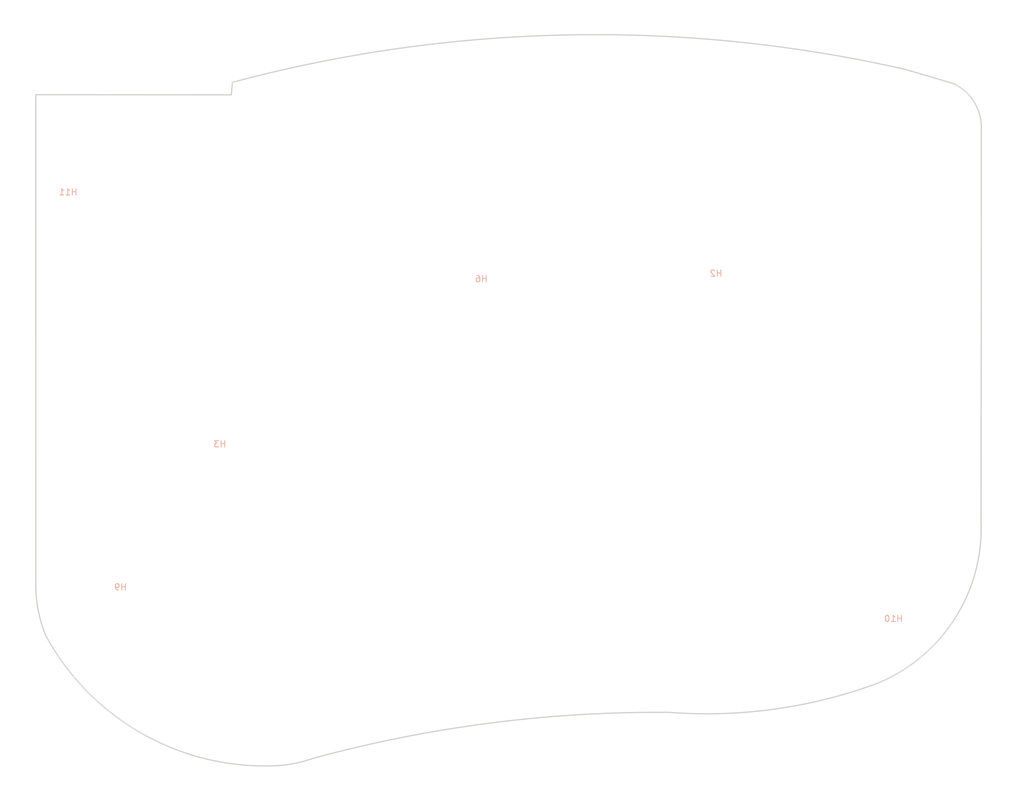
<source format=kicad_pcb>
(kicad_pcb (version 20171130) (host pcbnew 5.1.5+dfsg1-2build2)

  (general
    (thickness 1.6)
    (drawings 17)
    (tracks 0)
    (zones 0)
    (modules 6)
    (nets 2)
  )

  (page A4)
  (layers
    (0 F.Cu signal)
    (31 B.Cu signal)
    (32 B.Adhes user hide)
    (33 F.Adhes user hide)
    (34 B.Paste user hide)
    (35 F.Paste user hide)
    (36 B.SilkS user)
    (37 F.SilkS user)
    (38 B.Mask user hide)
    (39 F.Mask user hide)
    (40 Dwgs.User user hide)
    (41 Cmts.User user hide)
    (42 Eco1.User user hide)
    (43 Eco2.User user hide)
    (44 Edge.Cuts user)
    (45 Margin user hide)
    (46 B.CrtYd user hide)
    (47 F.CrtYd user hide)
    (48 B.Fab user hide)
    (49 F.Fab user hide)
  )

  (setup
    (last_trace_width 0.25)
    (user_trace_width 0.2)
    (user_trace_width 0.45)
    (trace_clearance 0.2)
    (zone_clearance 0.508)
    (zone_45_only no)
    (trace_min 0.2)
    (via_size 0.8)
    (via_drill 0.4)
    (via_min_size 0.4)
    (via_min_drill 0.3)
    (uvia_size 0.3)
    (uvia_drill 0.1)
    (uvias_allowed no)
    (uvia_min_size 0.2)
    (uvia_min_drill 0.1)
    (edge_width 0.05)
    (segment_width 0.2)
    (pcb_text_width 0.3)
    (pcb_text_size 1.5 1.5)
    (mod_edge_width 0.12)
    (mod_text_size 1 1)
    (mod_text_width 0.15)
    (pad_size 1.524 1.524)
    (pad_drill 0.762)
    (pad_to_mask_clearance 0.051)
    (solder_mask_min_width 0.25)
    (aux_axis_origin 0 0)
    (visible_elements FFFFFF7F)
    (pcbplotparams
      (layerselection 0x01000_7ffffffe)
      (usegerberextensions false)
      (usegerberattributes false)
      (usegerberadvancedattributes false)
      (creategerberjobfile false)
      (excludeedgelayer true)
      (linewidth 0.100000)
      (plotframeref false)
      (viasonmask false)
      (mode 1)
      (useauxorigin false)
      (hpglpennumber 1)
      (hpglpenspeed 20)
      (hpglpendiameter 15.000000)
      (psnegative false)
      (psa4output false)
      (plotreference true)
      (plotvalue true)
      (plotinvisibletext false)
      (padsonsilk false)
      (subtractmaskfromsilk false)
      (outputformat 3)
      (mirror false)
      (drillshape 0)
      (scaleselection 1)
      (outputdirectory ""))
  )

  (net 0 "")
  (net 1 GND)

  (net_class Default "This is the default net class."
    (clearance 0.2)
    (trace_width 0.25)
    (via_dia 0.8)
    (via_drill 0.4)
    (uvia_dia 0.3)
    (uvia_drill 0.1)
  )

  (module MountingHole:MountingHole_3.2mm_M3 (layer B.Cu) (tedit 56D1B4CB) (tstamp 60088A76)
    (at 93.7766 65.6082 180)
    (descr "Mounting Hole 3.2mm, no annular, M3")
    (tags "mounting hole 3.2mm no annular m3")
    (path /5F2D6A3C)
    (attr virtual)
    (fp_text reference H11 (at 0 4.2) (layer B.SilkS)
      (effects (font (size 1 1) (thickness 0.15)) (justify mirror))
    )
    (fp_text value MountingHole (at 0 -4.2) (layer B.Fab)
      (effects (font (size 1 1) (thickness 0.15)) (justify mirror))
    )
    (fp_circle (center 0 0) (end 3.45 0) (layer B.CrtYd) (width 0.05))
    (fp_circle (center 0 0) (end 3.2 0) (layer Cmts.User) (width 0.15))
    (fp_text user %R (at 0.3 0) (layer B.Fab)
      (effects (font (size 1 1) (thickness 0.15)) (justify mirror))
    )
    (pad 1 np_thru_hole circle (at 0 0 180) (size 3.2 3.2) (drill 3.2) (layers *.Cu *.Mask))
  )

  (module MountingHole:MountingHole_3.2mm_M3 (layer B.Cu) (tedit 56D1B4CB) (tstamp 60088A6E)
    (at 159.258 79.3496 180)
    (descr "Mounting Hole 3.2mm, no annular, M3")
    (tags "mounting hole 3.2mm no annular m3")
    (path /5F2D6814)
    (attr virtual)
    (fp_text reference H6 (at 0 4.2) (layer B.SilkS)
      (effects (font (size 1 1) (thickness 0.15)) (justify mirror))
    )
    (fp_text value MountingHole (at 0 -4.2) (layer B.Fab)
      (effects (font (size 1 1) (thickness 0.15)) (justify mirror))
    )
    (fp_circle (center 0 0) (end 3.45 0) (layer B.CrtYd) (width 0.05))
    (fp_circle (center 0 0) (end 3.2 0) (layer Cmts.User) (width 0.15))
    (fp_text user %R (at 0.3 0) (layer B.Fab)
      (effects (font (size 1 1) (thickness 0.15)) (justify mirror))
    )
    (pad 1 np_thru_hole circle (at 0 0 180) (size 3.2 3.2) (drill 3.2) (layers *.Cu *.Mask))
  )

  (module MountingHole:MountingHole_3.2mm_M3 (layer B.Cu) (tedit 56D1B4CB) (tstamp 60088A66)
    (at 224.561 133.198 180)
    (descr "Mounting Hole 3.2mm, no annular, M3")
    (tags "mounting hole 3.2mm no annular m3")
    (path /5FCE6B16)
    (attr virtual)
    (fp_text reference H10 (at 0 4.2) (layer B.SilkS)
      (effects (font (size 1 1) (thickness 0.15)) (justify mirror))
    )
    (fp_text value MountingHole (at 0 -4.2) (layer B.Fab)
      (effects (font (size 1 1) (thickness 0.15)) (justify mirror))
    )
    (fp_circle (center 0 0) (end 3.45 0) (layer B.CrtYd) (width 0.05))
    (fp_circle (center 0 0) (end 3.2 0) (layer Cmts.User) (width 0.15))
    (fp_text user %R (at 0.3 0) (layer B.Fab)
      (effects (font (size 1 1) (thickness 0.15)) (justify mirror))
    )
    (pad 1 np_thru_hole circle (at 0 0 180) (size 3.2 3.2) (drill 3.2) (layers *.Cu *.Mask))
  )

  (module MountingHole:MountingHole_3.2mm_M3 (layer B.Cu) (tedit 56D1B4CB) (tstamp 60088A56)
    (at 102.083 128.194 180)
    (descr "Mounting Hole 3.2mm, no annular, M3")
    (tags "mounting hole 3.2mm no annular m3")
    (path /5FCC9F48)
    (attr virtual)
    (fp_text reference H9 (at 0 4.2) (layer B.SilkS)
      (effects (font (size 1 1) (thickness 0.15)) (justify mirror))
    )
    (fp_text value MountingHole (at 0 -4.2) (layer B.Fab)
      (effects (font (size 1 1) (thickness 0.15)) (justify mirror))
    )
    (fp_circle (center 0 0) (end 3.45 0) (layer B.CrtYd) (width 0.05))
    (fp_circle (center 0 0) (end 3.2 0) (layer Cmts.User) (width 0.15))
    (fp_text user %R (at 0.3 0) (layer B.Fab)
      (effects (font (size 1 1) (thickness 0.15)) (justify mirror))
    )
    (pad 1 np_thru_hole circle (at 0 0 180) (size 3.2 3.2) (drill 3.2) (layers *.Cu *.Mask))
  )

  (module MountingHole:MountingHole_3.2mm_M3 (layer B.Cu) (tedit 56D1B4CB) (tstamp 60088A36)
    (at 117.831 105.537 180)
    (descr "Mounting Hole 3.2mm, no annular, M3")
    (tags "mounting hole 3.2mm no annular m3")
    (path /5FCC948E)
    (attr virtual)
    (fp_text reference H3 (at 0 4.2) (layer B.SilkS)
      (effects (font (size 1 1) (thickness 0.15)) (justify mirror))
    )
    (fp_text value MountingHole (at 0 -4.2) (layer B.Fab)
      (effects (font (size 1 1) (thickness 0.15)) (justify mirror))
    )
    (fp_circle (center 0 0) (end 3.45 0) (layer B.CrtYd) (width 0.05))
    (fp_circle (center 0 0) (end 3.2 0) (layer Cmts.User) (width 0.15))
    (fp_text user %R (at 0.3 0) (layer B.Fab)
      (effects (font (size 1 1) (thickness 0.15)) (justify mirror))
    )
    (pad 1 np_thru_hole circle (at 0 0 180) (size 3.2 3.2) (drill 3.2) (layers *.Cu *.Mask))
  )

  (module MountingHole:MountingHole_3.2mm_M3 (layer B.Cu) (tedit 56D1B4CB) (tstamp 60088A2E)
    (at 196.444 78.486 180)
    (descr "Mounting Hole 3.2mm, no annular, M3")
    (tags "mounting hole 3.2mm no annular m3")
    (path /5FCC98F9)
    (attr virtual)
    (fp_text reference H2 (at 0 4.2) (layer B.SilkS)
      (effects (font (size 1 1) (thickness 0.15)) (justify mirror))
    )
    (fp_text value MountingHole (at 0 -4.2) (layer B.Fab)
      (effects (font (size 1 1) (thickness 0.15)) (justify mirror))
    )
    (fp_circle (center 0 0) (end 3.45 0) (layer B.CrtYd) (width 0.05))
    (fp_circle (center 0 0) (end 3.2 0) (layer Cmts.User) (width 0.15))
    (fp_text user %R (at 0.3 0) (layer B.Fab)
      (effects (font (size 1 1) (thickness 0.15)) (justify mirror))
    )
    (pad 1 np_thru_hole circle (at 0 0 180) (size 3.2 3.2) (drill 3.2) (layers *.Cu *.Mask))
  )

  (gr_line (start 132.997409 151.014164) (end 130.8875 151.642865) (layer Edge.Cuts) (width 0.2) (tstamp 600DAD70))
  (gr_arc (start 187.237288 352.242171) (end 189.0522 143.8402) (angle -15.58420072) (layer Edge.Cuts) (width 0.2))
  (gr_arc (start 211.877431 114.674177) (end 222.094175 139.208147) (angle -70.0058655) (layer Edge.Cuts) (width 0.2))
  (gr_arc (start 125.702168 132.235255) (end 127.063973 152.277423) (angle -11.07178986) (layer Edge.Cuts) (width 0.2))
  (gr_arc (start 110.183316 123.561675) (end 88.649494 123.646193) (angle -21.96588417) (layer Edge.Cuts) (width 0.2))
  (gr_arc (start 194.977313 65.940279) (end 189.0522 143.8402) (angle -24.6593804) (layer Edge.Cuts) (width 0.2))
  (gr_line (start 238.478151 51.285495) (end 238.48055 53.23383) (layer Edge.Cuts) (width 0.2))
  (gr_arc (start 177.266934 258.734913) (end 226.391009 41.948862) (angle -27.74731122) (layer Edge.Cuts) (width 0.2))
  (gr_line (start 238.4811 70.565005) (end 238.4806 60.6552) (layer Edge.Cuts) (width 0.2))
  (gr_arc (start 124.978268 112.784292) (end 90.244319 131.69488) (angle -64.4574) (layer Edge.Cuts) (width 0.2))
  (gr_line (start 88.648218 45.961647) (end 88.649494 123.646193) (layer Edge.Cuts) (width 0.2))
  (gr_line (start 88.648218 45.961647) (end 119.636018 45.987047) (layer Edge.Cuts) (width 0.2))
  (gr_line (start 238.4811 70.565005) (end 238.42603 113.461972) (layer Edge.Cuts) (width 0.2))
  (gr_arc (start 230.813163 51.150063) (end 238.478151 51.285495) (angle -65.87686877) (layer Edge.Cuts) (width 0.2))
  (gr_line (start 119.636018 45.987047) (end 119.814018 44.005847) (layer Edge.Cuts) (width 0.2))
  (gr_line (start 226.391009 41.948862) (end 234.06944 44.209815) (layer Edge.Cuts) (width 0.2))
  (gr_line (start 238.4806 60.6552) (end 238.48055 53.23383) (layer Edge.Cuts) (width 0.2))

  (zone (net 1) (net_name GND) (layer B.Cu) (tstamp 600DAC98) (hatch edge 0.508)
    (connect_pads (clearance 0.508))
    (min_thickness 0.254)
    (fill yes (arc_segments 32) (thermal_gap 0.508) (thermal_bridge_width 0.508))
    (polygon
      (pts
        (xy 245.237 34.5694) (xy 245.237 122.0724) (xy 227.5078 143.9926) (xy 121.0056 157.7086) (xy 88.2904 136.1186)
        (xy 86.4616 34.544)
      )
    )
  )
  (zone (net 1) (net_name GND) (layer F.Cu) (tstamp 0) (hatch edge 0.508)
    (connect_pads (clearance 0.508))
    (min_thickness 0.254)
    (fill yes (arc_segments 32) (thermal_gap 0.508) (thermal_bridge_width 0.508))
    (polygon
      (pts
        (xy 242.2652 36.2204) (xy 238.887 135.9662) (xy 217.4748 151.003) (xy 112.649 157.7086) (xy 83.5406 138.3792)
        (xy 82.9818 30.9626)
      )
    )
  )
)

</source>
